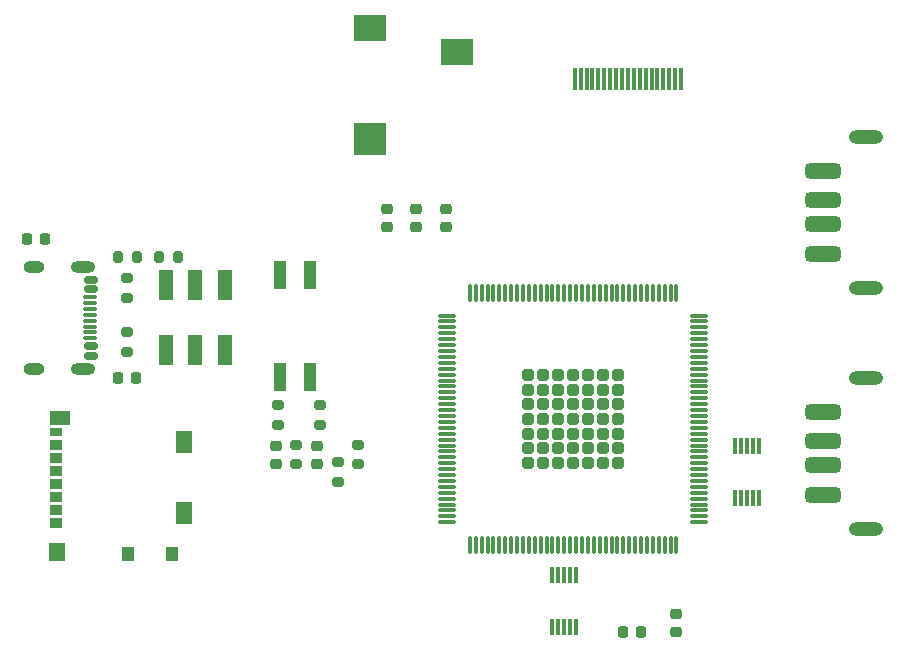
<source format=gtp>
G04 #@! TF.GenerationSoftware,KiCad,Pcbnew,7.0.10-7.0.10~ubuntu20.04.1*
G04 #@! TF.CreationDate,2024-05-01T22:25:19+02:00*
G04 #@! TF.ProjectId,endeavour,656e6465-6176-46f7-9572-2e6b69636164,rev?*
G04 #@! TF.SameCoordinates,Original*
G04 #@! TF.FileFunction,Paste,Top*
G04 #@! TF.FilePolarity,Positive*
%FSLAX46Y46*%
G04 Gerber Fmt 4.6, Leading zero omitted, Abs format (unit mm)*
G04 Created by KiCad (PCBNEW 7.0.10-7.0.10~ubuntu20.04.1) date 2024-05-01 22:25:19*
%MOMM*%
%LPD*%
G01*
G04 APERTURE LIST*
G04 Aperture macros list*
%AMRoundRect*
0 Rectangle with rounded corners*
0 $1 Rounding radius*
0 $2 $3 $4 $5 $6 $7 $8 $9 X,Y pos of 4 corners*
0 Add a 4 corners polygon primitive as box body*
4,1,4,$2,$3,$4,$5,$6,$7,$8,$9,$2,$3,0*
0 Add four circle primitives for the rounded corners*
1,1,$1+$1,$2,$3*
1,1,$1+$1,$4,$5*
1,1,$1+$1,$6,$7*
1,1,$1+$1,$8,$9*
0 Add four rect primitives between the rounded corners*
20,1,$1+$1,$2,$3,$4,$5,0*
20,1,$1+$1,$4,$5,$6,$7,0*
20,1,$1+$1,$6,$7,$8,$9,0*
20,1,$1+$1,$8,$9,$2,$3,0*%
G04 Aperture macros list end*
%ADD10RoundRect,0.218750X0.256250X-0.218750X0.256250X0.218750X-0.256250X0.218750X-0.256250X-0.218750X0*%
%ADD11RoundRect,0.218750X-0.218750X-0.256250X0.218750X-0.256250X0.218750X0.256250X-0.218750X0.256250X0*%
%ADD12R,1.200000X2.500000*%
%ADD13R,1.350000X1.900000*%
%ADD14R,1.800000X1.170000*%
%ADD15R,1.350000X1.550000*%
%ADD16R,1.000000X1.200000*%
%ADD17R,1.100000X0.750000*%
%ADD18R,1.100000X0.850000*%
%ADD19RoundRect,0.250000X-0.265000X-0.250000X0.265000X-0.250000X0.265000X0.250000X-0.265000X0.250000X0*%
%ADD20RoundRect,0.075000X-0.075000X-0.662500X0.075000X-0.662500X0.075000X0.662500X-0.075000X0.662500X0*%
%ADD21RoundRect,0.075000X-0.662500X-0.075000X0.662500X-0.075000X0.662500X0.075000X-0.662500X0.075000X0*%
%ADD22RoundRect,0.325000X1.175000X-0.325000X1.175000X0.325000X-1.175000X0.325000X-1.175000X-0.325000X0*%
%ADD23O,2.900000X1.200000*%
%ADD24R,0.300000X1.900000*%
%ADD25R,2.794000X2.209800*%
%ADD26R,2.794000X2.794000*%
%ADD27R,0.300000X1.400000*%
%ADD28R,1.130000X2.440000*%
%ADD29O,1.800000X1.000000*%
%ADD30O,2.100000X1.000000*%
%ADD31RoundRect,0.150000X-0.425000X0.150000X-0.425000X-0.150000X0.425000X-0.150000X0.425000X0.150000X0*%
%ADD32RoundRect,0.075000X-0.500000X0.075000X-0.500000X-0.075000X0.500000X-0.075000X0.500000X0.075000X0*%
%ADD33RoundRect,0.200000X0.275000X-0.200000X0.275000X0.200000X-0.275000X0.200000X-0.275000X-0.200000X0*%
%ADD34RoundRect,0.200000X-0.200000X-0.275000X0.200000X-0.275000X0.200000X0.275000X-0.200000X0.275000X0*%
%ADD35RoundRect,0.200000X-0.275000X0.200000X-0.275000X-0.200000X0.275000X-0.200000X0.275000X0.200000X0*%
%ADD36RoundRect,0.225000X-0.225000X-0.250000X0.225000X-0.250000X0.225000X0.250000X-0.225000X0.250000X0*%
%ADD37RoundRect,0.225000X0.250000X-0.225000X0.250000X0.225000X-0.250000X0.225000X-0.250000X-0.225000X0*%
G04 APERTURE END LIST*
D10*
X119150000Y-79462500D03*
X119150000Y-81037500D03*
X116650000Y-79462500D03*
X116650000Y-81037500D03*
X114150000Y-79462500D03*
X114150000Y-81037500D03*
D11*
X85225000Y-82000000D03*
X83650000Y-82000000D03*
D12*
X100400000Y-85900000D03*
X97900000Y-85900000D03*
X95400000Y-85900000D03*
X100400000Y-91400000D03*
X97900000Y-91400000D03*
X95400000Y-91400000D03*
D13*
X96930800Y-105175000D03*
X96930800Y-99205000D03*
D14*
X86455800Y-97180000D03*
D15*
X86230800Y-108500000D03*
D16*
X95955800Y-108675000D03*
X92255800Y-108675000D03*
D17*
X86105800Y-98390000D03*
D18*
X86105800Y-99440000D03*
X86105800Y-100540000D03*
X86105800Y-101640000D03*
X86105800Y-102740000D03*
X86105800Y-103840000D03*
X86105800Y-104940000D03*
X86105800Y-106040000D03*
D19*
X133752500Y-100970000D03*
X133752500Y-99730000D03*
X133752500Y-98490000D03*
X133752500Y-97250000D03*
X133752500Y-96010000D03*
X133752500Y-94770000D03*
X133752500Y-93530000D03*
X132472500Y-100970000D03*
X132472500Y-99730000D03*
X132472500Y-98490000D03*
X132472500Y-97250000D03*
X132472500Y-96010000D03*
X132472500Y-94770000D03*
X132472500Y-93530000D03*
X131192500Y-100970000D03*
X131192500Y-99730000D03*
X131192500Y-98490000D03*
X131192500Y-97250000D03*
X131192500Y-96010000D03*
X131192500Y-94770000D03*
X131192500Y-93530000D03*
X129912500Y-100970000D03*
X129912500Y-99730000D03*
X129912500Y-98490000D03*
X129912500Y-97250000D03*
X129912500Y-96010000D03*
X129912500Y-94770000D03*
X129912500Y-93530000D03*
X128632500Y-100970000D03*
X128632500Y-99730000D03*
X128632500Y-98490000D03*
X128632500Y-97250000D03*
X128632500Y-96010000D03*
X128632500Y-94770000D03*
X128632500Y-93530000D03*
X127352500Y-100970000D03*
X127352500Y-99730000D03*
X127352500Y-98490000D03*
X127352500Y-97250000D03*
X127352500Y-96010000D03*
X127352500Y-94770000D03*
X127352500Y-93530000D03*
X126072500Y-100970000D03*
X126072500Y-99730000D03*
X126072500Y-98490000D03*
X126072500Y-97250000D03*
X126072500Y-96010000D03*
X126072500Y-94770000D03*
X126072500Y-93530000D03*
D20*
X121162500Y-86587500D03*
X121662500Y-86587500D03*
X122162500Y-86587500D03*
X122662500Y-86587500D03*
X123162500Y-86587500D03*
X123662500Y-86587500D03*
X124162500Y-86587500D03*
X124662500Y-86587500D03*
X125162500Y-86587500D03*
X125662500Y-86587500D03*
X126162500Y-86587500D03*
X126662500Y-86587500D03*
X127162500Y-86587500D03*
X127662500Y-86587500D03*
X128162500Y-86587500D03*
X128662500Y-86587500D03*
X129162500Y-86587500D03*
X129662500Y-86587500D03*
X130162500Y-86587500D03*
X130662500Y-86587500D03*
X131162500Y-86587500D03*
X131662500Y-86587500D03*
X132162500Y-86587500D03*
X132662500Y-86587500D03*
X133162500Y-86587500D03*
X133662500Y-86587500D03*
X134162500Y-86587500D03*
X134662500Y-86587500D03*
X135162500Y-86587500D03*
X135662500Y-86587500D03*
X136162500Y-86587500D03*
X136662500Y-86587500D03*
X137162500Y-86587500D03*
X137662500Y-86587500D03*
X138162500Y-86587500D03*
X138662500Y-86587500D03*
D21*
X140575000Y-88500000D03*
X140575000Y-89000000D03*
X140575000Y-89500000D03*
X140575000Y-90000000D03*
X140575000Y-90500000D03*
X140575000Y-91000000D03*
X140575000Y-91500000D03*
X140575000Y-92000000D03*
X140575000Y-92500000D03*
X140575000Y-93000000D03*
X140575000Y-93500000D03*
X140575000Y-94000000D03*
X140575000Y-94500000D03*
X140575000Y-95000000D03*
X140575000Y-95500000D03*
X140575000Y-96000000D03*
X140575000Y-96500000D03*
X140575000Y-97000000D03*
X140575000Y-97500000D03*
X140575000Y-98000000D03*
X140575000Y-98500000D03*
X140575000Y-99000000D03*
X140575000Y-99500000D03*
X140575000Y-100000000D03*
X140575000Y-100500000D03*
X140575000Y-101000000D03*
X140575000Y-101500000D03*
X140575000Y-102000000D03*
X140575000Y-102500000D03*
X140575000Y-103000000D03*
X140575000Y-103500000D03*
X140575000Y-104000000D03*
X140575000Y-104500000D03*
X140575000Y-105000000D03*
X140575000Y-105500000D03*
X140575000Y-106000000D03*
D20*
X138662500Y-107912500D03*
X138162500Y-107912500D03*
X137662500Y-107912500D03*
X137162500Y-107912500D03*
X136662500Y-107912500D03*
X136162500Y-107912500D03*
X135662500Y-107912500D03*
X135162500Y-107912500D03*
X134662500Y-107912500D03*
X134162500Y-107912500D03*
X133662500Y-107912500D03*
X133162500Y-107912500D03*
X132662500Y-107912500D03*
X132162500Y-107912500D03*
X131662500Y-107912500D03*
X131162500Y-107912500D03*
X130662500Y-107912500D03*
X130162500Y-107912500D03*
X129662500Y-107912500D03*
X129162500Y-107912500D03*
X128662500Y-107912500D03*
X128162500Y-107912500D03*
X127662500Y-107912500D03*
X127162500Y-107912500D03*
X126662500Y-107912500D03*
X126162500Y-107912500D03*
X125662500Y-107912500D03*
X125162500Y-107912500D03*
X124662500Y-107912500D03*
X124162500Y-107912500D03*
X123662500Y-107912500D03*
X123162500Y-107912500D03*
X122662500Y-107912500D03*
X122162500Y-107912500D03*
X121662500Y-107912500D03*
X121162500Y-107912500D03*
D21*
X119250000Y-106000000D03*
X119250000Y-105500000D03*
X119250000Y-105000000D03*
X119250000Y-104500000D03*
X119250000Y-104000000D03*
X119250000Y-103500000D03*
X119250000Y-103000000D03*
X119250000Y-102500000D03*
X119250000Y-102000000D03*
X119250000Y-101500000D03*
X119250000Y-101000000D03*
X119250000Y-100500000D03*
X119250000Y-100000000D03*
X119250000Y-99500000D03*
X119250000Y-99000000D03*
X119250000Y-98500000D03*
X119250000Y-98000000D03*
X119250000Y-97500000D03*
X119250000Y-97000000D03*
X119250000Y-96500000D03*
X119250000Y-96000000D03*
X119250000Y-95500000D03*
X119250000Y-95000000D03*
X119250000Y-94500000D03*
X119250000Y-94000000D03*
X119250000Y-93500000D03*
X119250000Y-93000000D03*
X119250000Y-92500000D03*
X119250000Y-92000000D03*
X119250000Y-91500000D03*
X119250000Y-91000000D03*
X119250000Y-90500000D03*
X119250000Y-90000000D03*
X119250000Y-89500000D03*
X119250000Y-89000000D03*
X119250000Y-88500000D03*
D22*
X151050000Y-76250000D03*
X151050000Y-78750000D03*
X151050000Y-80750000D03*
X151050000Y-83250000D03*
D23*
X154750000Y-73350000D03*
X154750000Y-86150000D03*
D22*
X151050000Y-96650000D03*
X151050000Y-99150000D03*
X151050000Y-101150000D03*
X151050000Y-103650000D03*
D23*
X154750000Y-93750000D03*
X154750000Y-106550000D03*
D24*
X139050000Y-68500000D03*
X138550000Y-68500000D03*
X138050000Y-68500000D03*
X137550000Y-68500000D03*
X137050000Y-68500000D03*
X136550000Y-68500000D03*
X136050000Y-68500000D03*
X135550000Y-68500000D03*
X135050000Y-68500000D03*
X134550000Y-68500000D03*
X134050000Y-68500000D03*
X133550000Y-68500000D03*
X133050000Y-68500000D03*
X132550000Y-68500000D03*
X132050000Y-68500000D03*
X131550000Y-68500000D03*
X131050000Y-68500000D03*
X130550000Y-68500000D03*
X130050000Y-68500000D03*
D25*
X120100018Y-66150043D03*
D26*
X112700000Y-73550000D03*
D25*
X112700000Y-64150001D03*
D27*
X143650000Y-99550000D03*
X144150000Y-99550000D03*
X144650000Y-99550000D03*
X145150000Y-99550000D03*
X145650000Y-99550000D03*
X145650000Y-103950000D03*
X145150000Y-103950000D03*
X144650000Y-103950000D03*
X144150000Y-103950000D03*
X143650000Y-103950000D03*
D28*
X105130000Y-93672500D03*
X105130000Y-85072500D03*
X107670000Y-93672500D03*
X107670000Y-85072500D03*
D29*
X84230800Y-93000000D03*
D30*
X88410800Y-93000000D03*
D29*
X84230800Y-84360000D03*
D30*
X88410800Y-84360000D03*
D31*
X89055800Y-85480000D03*
X89055800Y-86280000D03*
D32*
X88985800Y-86930000D03*
X88985800Y-87930000D03*
X88985800Y-89430000D03*
X88985800Y-90430000D03*
D31*
X89055800Y-91080000D03*
X89055800Y-91880000D03*
X89055800Y-91880000D03*
X89055800Y-91080000D03*
D32*
X88985800Y-89930000D03*
X88985800Y-88930000D03*
X88985800Y-88430000D03*
X88985800Y-87430000D03*
D31*
X89055800Y-86280000D03*
X89055800Y-85480000D03*
D27*
X128150000Y-110500000D03*
X128650000Y-110500000D03*
X129150000Y-110500000D03*
X129650000Y-110500000D03*
X130150000Y-110500000D03*
X130150000Y-114900000D03*
X129650000Y-114900000D03*
X129150000Y-114900000D03*
X128650000Y-114900000D03*
X128150000Y-114900000D03*
D33*
X104966118Y-96100000D03*
X104966118Y-97750000D03*
X108466118Y-96100000D03*
X108466118Y-97750000D03*
D34*
X93000000Y-83500000D03*
X91350000Y-83500000D03*
D35*
X92150000Y-91575000D03*
X92150000Y-89925000D03*
D33*
X92150000Y-85350000D03*
X92150000Y-87000000D03*
D34*
X96475000Y-83500000D03*
X94825000Y-83500000D03*
D35*
X109966118Y-100925000D03*
X109966118Y-102575000D03*
X106466118Y-101075000D03*
X106466118Y-99425000D03*
D33*
X111716118Y-99425000D03*
X111716118Y-101075000D03*
D36*
X135700000Y-115250000D03*
X134150000Y-115250000D03*
X91375000Y-93750000D03*
X92925000Y-93750000D03*
D37*
X138650000Y-113750000D03*
X138650000Y-115300000D03*
X104716118Y-99500000D03*
X104716118Y-101050000D03*
X108216118Y-99500000D03*
X108216118Y-101050000D03*
M02*

</source>
